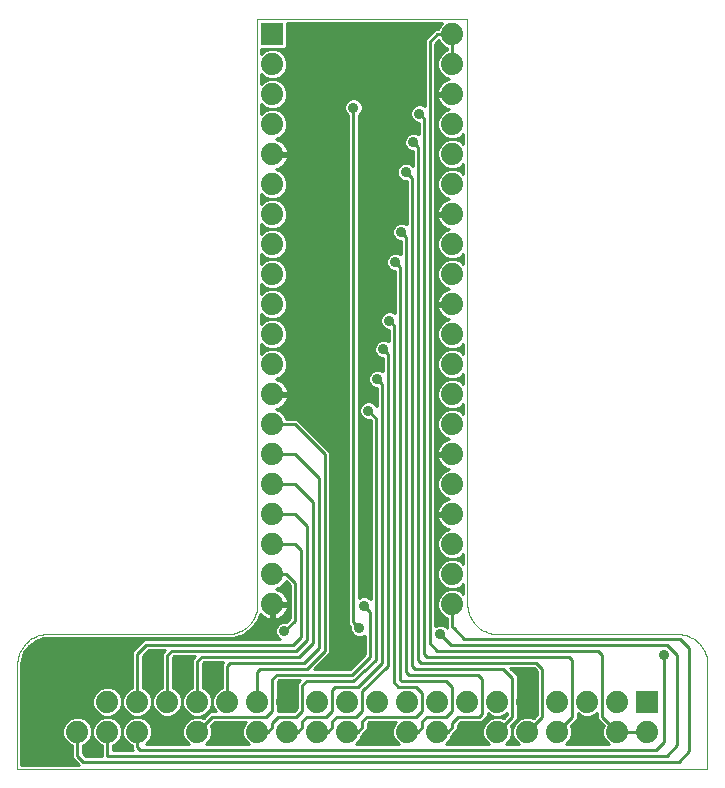
<source format=gtl>
G75*
%MOIN*%
%OFA0B0*%
%FSLAX24Y24*%
%IPPOS*%
%LPD*%
%AMOC8*
5,1,8,0,0,1.08239X$1,22.5*
%
%ADD10C,0.0010*%
%ADD11R,0.0740X0.0740*%
%ADD12C,0.0740*%
%ADD13C,0.0100*%
%ADD14C,0.0350*%
%ADD15C,0.0090*%
D10*
X000150Y000150D02*
X023150Y000150D01*
X023150Y003650D01*
X023148Y003710D01*
X023143Y003771D01*
X023134Y003830D01*
X023121Y003889D01*
X023105Y003948D01*
X023085Y004005D01*
X023062Y004060D01*
X023035Y004115D01*
X023006Y004167D01*
X022973Y004218D01*
X022937Y004267D01*
X022899Y004313D01*
X022857Y004357D01*
X022813Y004399D01*
X022767Y004437D01*
X022718Y004473D01*
X022667Y004506D01*
X022615Y004535D01*
X022560Y004562D01*
X022505Y004585D01*
X022448Y004605D01*
X022389Y004621D01*
X022330Y004634D01*
X022271Y004643D01*
X022210Y004648D01*
X022150Y004650D01*
X016150Y004650D01*
X016090Y004652D01*
X016029Y004657D01*
X015970Y004666D01*
X015911Y004679D01*
X015852Y004695D01*
X015795Y004715D01*
X015740Y004738D01*
X015685Y004765D01*
X015633Y004794D01*
X015582Y004827D01*
X015533Y004863D01*
X015487Y004901D01*
X015443Y004943D01*
X015401Y004987D01*
X015363Y005033D01*
X015327Y005082D01*
X015294Y005133D01*
X015265Y005185D01*
X015238Y005240D01*
X015215Y005295D01*
X015195Y005352D01*
X015179Y005411D01*
X015166Y005470D01*
X015157Y005529D01*
X015152Y005590D01*
X015150Y005650D01*
X015150Y025150D01*
X008150Y025150D01*
X008150Y005650D01*
X008148Y005590D01*
X008143Y005529D01*
X008134Y005470D01*
X008121Y005411D01*
X008105Y005352D01*
X008085Y005295D01*
X008062Y005240D01*
X008035Y005185D01*
X008006Y005133D01*
X007973Y005082D01*
X007937Y005033D01*
X007899Y004987D01*
X007857Y004943D01*
X007813Y004901D01*
X007767Y004863D01*
X007718Y004827D01*
X007667Y004794D01*
X007615Y004765D01*
X007560Y004738D01*
X007505Y004715D01*
X007448Y004695D01*
X007389Y004679D01*
X007330Y004666D01*
X007271Y004657D01*
X007210Y004652D01*
X007150Y004650D01*
X001150Y004650D01*
X001090Y004648D01*
X001029Y004643D01*
X000970Y004634D01*
X000911Y004621D01*
X000852Y004605D01*
X000795Y004585D01*
X000740Y004562D01*
X000685Y004535D01*
X000633Y004506D01*
X000582Y004473D01*
X000533Y004437D01*
X000487Y004399D01*
X000443Y004357D01*
X000401Y004313D01*
X000363Y004267D01*
X000327Y004218D01*
X000294Y004167D01*
X000265Y004115D01*
X000238Y004060D01*
X000215Y004005D01*
X000195Y003948D01*
X000179Y003889D01*
X000166Y003830D01*
X000157Y003771D01*
X000152Y003710D01*
X000150Y003650D01*
X000150Y000150D01*
D11*
X021150Y002400D03*
X008650Y024650D03*
D12*
X008650Y023650D03*
X008650Y022650D03*
X008650Y021650D03*
X008650Y020650D03*
X008650Y019650D03*
X008650Y018650D03*
X008650Y017650D03*
X008650Y016650D03*
X008650Y015650D03*
X008650Y014650D03*
X008650Y013650D03*
X008650Y012650D03*
X008650Y011650D03*
X008650Y010650D03*
X008650Y009650D03*
X008650Y008650D03*
X008650Y007650D03*
X008650Y006650D03*
X008650Y005650D03*
X008150Y002400D03*
X008150Y001400D03*
X007150Y001400D03*
X007150Y002400D03*
X006150Y002400D03*
X006150Y001400D03*
X005150Y001400D03*
X005150Y002400D03*
X004150Y002400D03*
X004150Y001400D03*
X003150Y001400D03*
X003150Y002400D03*
X002150Y002400D03*
X002150Y001400D03*
X009150Y001400D03*
X009150Y002400D03*
X010150Y002400D03*
X010150Y001400D03*
X011150Y001400D03*
X011150Y002400D03*
X012150Y002400D03*
X012150Y001400D03*
X013150Y001400D03*
X013150Y002400D03*
X014150Y002400D03*
X014150Y001400D03*
X015150Y001400D03*
X015150Y002400D03*
X016150Y002400D03*
X016150Y001400D03*
X017150Y001400D03*
X017150Y002400D03*
X018150Y002400D03*
X018150Y001400D03*
X019150Y001400D03*
X019150Y002400D03*
X020150Y002400D03*
X020150Y001400D03*
X021150Y001400D03*
X014650Y005650D03*
X014650Y006650D03*
X014650Y007650D03*
X014650Y008650D03*
X014650Y009650D03*
X014650Y010650D03*
X014650Y011650D03*
X014650Y012650D03*
X014650Y013650D03*
X014650Y014650D03*
X014650Y015650D03*
X014650Y016650D03*
X014650Y017650D03*
X014650Y018650D03*
X014650Y019650D03*
X014650Y020650D03*
X014650Y021650D03*
X014650Y022650D03*
X014650Y023650D03*
X014650Y024650D03*
D13*
X014650Y023650D01*
X014295Y023298D02*
X014080Y023298D01*
X014080Y023396D02*
X014214Y023396D01*
X014226Y023367D02*
X014367Y023226D01*
X014532Y023158D01*
X014528Y023157D01*
X014450Y023132D01*
X014377Y023095D01*
X014311Y023047D01*
X014253Y022989D01*
X014205Y022923D01*
X014168Y022850D01*
X014143Y022772D01*
X014131Y022700D01*
X014600Y022700D01*
X014600Y022600D01*
X014131Y022600D01*
X014143Y022528D01*
X014168Y022450D01*
X014205Y022377D01*
X014253Y022311D01*
X014311Y022253D01*
X014377Y022205D01*
X014450Y022168D01*
X014528Y022143D01*
X014532Y022142D01*
X014367Y022074D01*
X014226Y021933D01*
X014150Y021749D01*
X014150Y021551D01*
X014226Y021367D01*
X014367Y021226D01*
X014551Y021150D01*
X014367Y021074D01*
X014226Y020933D01*
X014150Y020749D01*
X014150Y020551D01*
X014226Y020367D01*
X014367Y020226D01*
X014551Y020150D01*
X014367Y020074D01*
X014226Y019933D01*
X014150Y019749D01*
X014150Y019551D01*
X014226Y019367D01*
X014367Y019226D01*
X014532Y019158D01*
X014528Y019157D01*
X014450Y019132D01*
X014377Y019095D01*
X014311Y019047D01*
X014253Y018989D01*
X014205Y018923D01*
X014168Y018850D01*
X014143Y018772D01*
X014131Y018700D01*
X014600Y018700D01*
X014600Y018600D01*
X014131Y018600D01*
X014143Y018528D01*
X014168Y018450D01*
X014205Y018377D01*
X014253Y018311D01*
X014311Y018253D01*
X014377Y018205D01*
X014450Y018168D01*
X014528Y018143D01*
X014532Y018142D01*
X014367Y018074D01*
X014226Y017933D01*
X014150Y017749D01*
X014150Y017551D01*
X014226Y017367D01*
X014367Y017226D01*
X014551Y017150D01*
X014367Y017074D01*
X014226Y016933D01*
X014150Y016749D01*
X014150Y016551D01*
X014226Y016367D01*
X014367Y016226D01*
X014532Y016158D01*
X014528Y016157D01*
X014450Y016132D01*
X014377Y016095D01*
X014311Y016047D01*
X014253Y015989D01*
X014205Y015923D01*
X014168Y015850D01*
X014143Y015772D01*
X014131Y015700D01*
X014600Y015700D01*
X014600Y015600D01*
X014131Y015600D01*
X014143Y015528D01*
X014168Y015450D01*
X014205Y015377D01*
X014253Y015311D01*
X014311Y015253D01*
X014377Y015205D01*
X014450Y015168D01*
X014528Y015143D01*
X014532Y015142D01*
X014367Y015074D01*
X014226Y014933D01*
X014150Y014749D01*
X014150Y014551D01*
X014226Y014367D01*
X014367Y014226D01*
X014551Y014150D01*
X014367Y014074D01*
X014226Y013933D01*
X014150Y013749D01*
X014150Y013551D01*
X014226Y013367D01*
X014367Y013226D01*
X014551Y013150D01*
X014367Y013074D01*
X014226Y012933D01*
X014150Y012749D01*
X014150Y012551D01*
X014226Y012367D01*
X014367Y012226D01*
X014551Y012150D01*
X014367Y012074D01*
X014226Y011933D01*
X014150Y011749D01*
X014150Y011551D01*
X014226Y011367D01*
X014367Y011226D01*
X014532Y011158D01*
X014528Y011157D01*
X014450Y011132D01*
X014377Y011095D01*
X014311Y011047D01*
X014253Y010989D01*
X014205Y010923D01*
X014168Y010850D01*
X014143Y010772D01*
X014131Y010700D01*
X014600Y010700D01*
X014600Y010600D01*
X014131Y010600D01*
X014143Y010528D01*
X014168Y010450D01*
X014205Y010377D01*
X014253Y010311D01*
X014311Y010253D01*
X014377Y010205D01*
X014450Y010168D01*
X014528Y010143D01*
X014532Y010142D01*
X014367Y010074D01*
X014226Y009933D01*
X014150Y009749D01*
X014150Y009551D01*
X014226Y009367D01*
X014367Y009226D01*
X014532Y009158D01*
X014528Y009157D01*
X014450Y009132D01*
X014377Y009095D01*
X014311Y009047D01*
X014253Y008989D01*
X014205Y008923D01*
X014168Y008850D01*
X014143Y008772D01*
X014131Y008700D01*
X014600Y008700D01*
X014600Y008600D01*
X014131Y008600D01*
X014143Y008528D01*
X014168Y008450D01*
X014205Y008377D01*
X014253Y008311D01*
X014311Y008253D01*
X014377Y008205D01*
X014450Y008168D01*
X014528Y008143D01*
X014532Y008142D01*
X014367Y008074D01*
X014226Y007933D01*
X014150Y007749D01*
X014150Y007551D01*
X014226Y007367D01*
X014367Y007226D01*
X014551Y007150D01*
X014367Y007074D01*
X014226Y006933D01*
X014150Y006749D01*
X014150Y006551D01*
X014226Y006367D01*
X014367Y006226D01*
X014551Y006150D01*
X014367Y006074D01*
X014226Y005933D01*
X014150Y005749D01*
X014150Y005551D01*
X014226Y005367D01*
X014367Y005226D01*
X014475Y005181D01*
X014475Y004856D01*
X014423Y004909D01*
X014311Y004955D01*
X014189Y004955D01*
X014080Y004910D01*
X014080Y024325D01*
X014195Y024441D01*
X014226Y024367D01*
X014367Y024226D01*
X014470Y024183D01*
X014470Y024117D01*
X014367Y024074D01*
X014226Y023933D01*
X014150Y023749D01*
X014150Y023551D01*
X014226Y023367D01*
X014173Y023495D02*
X014080Y023495D01*
X014080Y023593D02*
X014150Y023593D01*
X014150Y023692D02*
X014080Y023692D01*
X014080Y023790D02*
X014167Y023790D01*
X014208Y023889D02*
X014080Y023889D01*
X014080Y023987D02*
X014280Y023987D01*
X014395Y024086D02*
X014080Y024086D01*
X014080Y024184D02*
X014468Y024184D01*
X014310Y024283D02*
X014080Y024283D01*
X014136Y024381D02*
X014220Y024381D01*
X014150Y024650D02*
X013900Y024400D01*
X013900Y004350D01*
X014150Y004100D01*
X019500Y004100D01*
X019650Y003950D01*
X019650Y001900D01*
X020150Y001400D01*
X021150Y001400D01*
X021700Y001050D02*
X021450Y000800D01*
X004250Y000800D01*
X004150Y000900D01*
X004150Y001400D01*
X003806Y001037D02*
X003494Y001037D01*
X003433Y000976D02*
X003574Y001117D01*
X003650Y001301D01*
X003650Y001499D01*
X003574Y001683D01*
X003433Y001824D01*
X003249Y001900D01*
X003433Y001976D01*
X003574Y002117D01*
X003650Y002301D01*
X003650Y002499D01*
X003574Y002683D01*
X003433Y002824D01*
X003249Y002900D01*
X003051Y002900D01*
X002867Y002824D01*
X002726Y002683D01*
X002650Y002499D01*
X002650Y002301D01*
X002726Y002117D01*
X002867Y001976D01*
X003051Y001900D01*
X003249Y001900D01*
X003051Y001900D01*
X002867Y001824D01*
X002726Y001683D01*
X002650Y001499D01*
X002574Y001683D01*
X002433Y001824D01*
X002249Y001900D01*
X002051Y001900D01*
X001867Y001824D01*
X001726Y001683D01*
X001650Y001499D01*
X001650Y001301D01*
X001726Y001117D01*
X001867Y000976D01*
X001970Y000933D01*
X001970Y000525D01*
X002170Y000325D01*
X002210Y000285D01*
X000285Y000285D01*
X000285Y003650D01*
X000296Y003785D01*
X000379Y004043D01*
X000538Y004262D01*
X000757Y004421D01*
X001015Y004504D01*
X001150Y004515D01*
X007330Y004515D01*
X007672Y004626D01*
X007963Y004837D01*
X008174Y005128D01*
X008174Y005128D01*
X008240Y005330D01*
X008253Y005311D01*
X008311Y005253D01*
X008377Y005205D01*
X008450Y005168D01*
X008528Y005143D01*
X008600Y005131D01*
X008600Y005600D01*
X008700Y005600D01*
X008700Y005700D01*
X009169Y005700D01*
X009157Y005772D01*
X009132Y005850D01*
X009095Y005923D01*
X009047Y005989D01*
X008989Y006047D01*
X008923Y006095D01*
X008850Y006132D01*
X008772Y006157D01*
X008768Y006158D01*
X008933Y006226D01*
X009074Y006367D01*
X009090Y006406D01*
X009220Y006275D01*
X009220Y005175D01*
X009100Y005055D01*
X008989Y005055D01*
X008877Y005009D01*
X008791Y004923D01*
X008745Y004811D01*
X008745Y004689D01*
X008791Y004577D01*
X008877Y004491D01*
X008905Y004480D01*
X004375Y004480D01*
X004270Y004375D01*
X003970Y004075D01*
X003970Y002867D01*
X003867Y002824D01*
X003726Y002683D01*
X003650Y002499D01*
X003650Y002301D01*
X003726Y002117D01*
X003867Y001976D01*
X004051Y001900D01*
X004249Y001900D01*
X004433Y001976D01*
X004574Y002117D01*
X004650Y002301D01*
X004726Y002117D01*
X004867Y001976D01*
X005051Y001900D01*
X005249Y001900D01*
X005433Y001976D01*
X005574Y002117D01*
X005650Y002301D01*
X005726Y002117D01*
X005867Y001976D01*
X006051Y001900D01*
X006249Y001900D01*
X006433Y001976D01*
X006574Y002117D01*
X006650Y002301D01*
X006726Y002117D01*
X006763Y002080D01*
X006575Y002080D01*
X006470Y001975D01*
X006353Y001857D01*
X006249Y001900D01*
X006051Y001900D01*
X005867Y001824D01*
X005726Y001683D01*
X005650Y001499D01*
X005650Y001301D01*
X005726Y001117D01*
X005863Y000980D01*
X004437Y000980D01*
X004574Y001117D01*
X004650Y001301D01*
X004650Y001499D01*
X004574Y001683D01*
X004433Y001824D01*
X004249Y001900D01*
X004051Y001900D01*
X003867Y001824D01*
X003726Y001683D01*
X003650Y001499D01*
X003650Y001301D01*
X003726Y001117D01*
X003867Y000976D01*
X003970Y000933D01*
X003970Y000825D01*
X004015Y000780D01*
X003330Y000780D01*
X003330Y000933D01*
X003433Y000976D01*
X003341Y000938D02*
X003959Y000938D01*
X003970Y000840D02*
X003330Y000840D01*
X003150Y000600D02*
X021800Y000600D01*
X022150Y000950D01*
X022150Y003950D01*
X021800Y004300D01*
X014600Y004300D01*
X014250Y004650D01*
X014453Y004878D02*
X014475Y004878D01*
X014475Y004977D02*
X014080Y004977D01*
X014080Y005075D02*
X014475Y005075D01*
X014475Y005174D02*
X014080Y005174D01*
X014080Y005272D02*
X014321Y005272D01*
X014225Y005371D02*
X014080Y005371D01*
X014080Y005469D02*
X014184Y005469D01*
X014150Y005568D02*
X014080Y005568D01*
X014080Y005666D02*
X014150Y005666D01*
X014156Y005765D02*
X014080Y005765D01*
X014080Y005863D02*
X014197Y005863D01*
X014254Y005962D02*
X014080Y005962D01*
X014080Y006060D02*
X014353Y006060D01*
X014336Y006257D02*
X014080Y006257D01*
X014080Y006159D02*
X014530Y006159D01*
X014551Y006150D02*
X014749Y006150D01*
X014933Y006074D01*
X015015Y005992D01*
X015015Y006308D01*
X014933Y006226D01*
X014749Y006150D01*
X014551Y006150D01*
X014770Y006159D02*
X015015Y006159D01*
X015015Y006257D02*
X014964Y006257D01*
X014947Y006060D02*
X015015Y006060D01*
X014237Y006356D02*
X014080Y006356D01*
X014080Y006454D02*
X014190Y006454D01*
X014150Y006553D02*
X014080Y006553D01*
X014080Y006651D02*
X014150Y006651D01*
X014150Y006750D02*
X014080Y006750D01*
X014080Y006848D02*
X014191Y006848D01*
X014239Y006947D02*
X014080Y006947D01*
X014080Y007045D02*
X014338Y007045D01*
X014351Y007242D02*
X014080Y007242D01*
X014080Y007144D02*
X014535Y007144D01*
X014551Y007150D02*
X014749Y007150D01*
X014933Y007074D01*
X015015Y006992D01*
X015015Y007308D01*
X014933Y007226D01*
X014749Y007150D01*
X014551Y007150D01*
X014765Y007144D02*
X015015Y007144D01*
X015015Y007242D02*
X014949Y007242D01*
X014962Y007045D02*
X015015Y007045D01*
X014252Y007341D02*
X014080Y007341D01*
X014080Y007439D02*
X014196Y007439D01*
X014155Y007538D02*
X014080Y007538D01*
X014080Y007636D02*
X014150Y007636D01*
X014150Y007735D02*
X014080Y007735D01*
X014080Y007833D02*
X014185Y007833D01*
X014225Y007932D02*
X014080Y007932D01*
X014080Y008030D02*
X014323Y008030D01*
X014348Y008227D02*
X014080Y008227D01*
X014080Y008129D02*
X014499Y008129D01*
X014243Y008326D02*
X014080Y008326D01*
X014080Y008424D02*
X014182Y008424D01*
X014145Y008523D02*
X014080Y008523D01*
X014080Y008621D02*
X014600Y008621D01*
X014280Y009015D02*
X014080Y009015D01*
X014080Y008917D02*
X014202Y008917D01*
X014158Y008818D02*
X014080Y008818D01*
X014080Y008720D02*
X014135Y008720D01*
X014080Y009114D02*
X014414Y009114D01*
X014401Y009212D02*
X014080Y009212D01*
X014080Y009311D02*
X014282Y009311D01*
X014209Y009409D02*
X014080Y009409D01*
X014080Y009508D02*
X014168Y009508D01*
X014150Y009606D02*
X014080Y009606D01*
X014080Y009705D02*
X014150Y009705D01*
X014172Y009803D02*
X014080Y009803D01*
X014080Y009902D02*
X014213Y009902D01*
X014293Y010000D02*
X014080Y010000D01*
X014080Y010099D02*
X014426Y010099D01*
X014394Y010197D02*
X014080Y010197D01*
X014080Y010296D02*
X014269Y010296D01*
X014197Y010394D02*
X014080Y010394D01*
X014080Y010493D02*
X014154Y010493D01*
X014133Y010591D02*
X014080Y010591D01*
X014080Y010690D02*
X014600Y010690D01*
X014251Y010985D02*
X014080Y010985D01*
X014080Y010887D02*
X014187Y010887D01*
X014148Y010788D02*
X014080Y010788D01*
X014080Y011084D02*
X014362Y011084D01*
X014473Y011182D02*
X014080Y011182D01*
X014080Y011281D02*
X014312Y011281D01*
X014221Y011379D02*
X014080Y011379D01*
X014080Y011478D02*
X014180Y011478D01*
X014150Y011576D02*
X014080Y011576D01*
X014080Y011675D02*
X014150Y011675D01*
X014160Y011773D02*
X014080Y011773D01*
X014080Y011872D02*
X014201Y011872D01*
X014263Y011970D02*
X014080Y011970D01*
X014080Y012069D02*
X014361Y012069D01*
X014509Y012167D02*
X014080Y012167D01*
X014080Y012266D02*
X014327Y012266D01*
X014229Y012364D02*
X014080Y012364D01*
X014080Y012463D02*
X014186Y012463D01*
X014150Y012561D02*
X014080Y012561D01*
X014080Y012660D02*
X014150Y012660D01*
X014154Y012758D02*
X014080Y012758D01*
X014080Y012857D02*
X014194Y012857D01*
X014248Y012955D02*
X014080Y012955D01*
X014080Y013054D02*
X014346Y013054D01*
X014342Y013251D02*
X014080Y013251D01*
X014080Y013349D02*
X014244Y013349D01*
X014193Y013448D02*
X014080Y013448D01*
X014080Y013546D02*
X014152Y013546D01*
X014150Y013645D02*
X014080Y013645D01*
X014080Y013743D02*
X014150Y013743D01*
X014188Y013842D02*
X014080Y013842D01*
X014080Y013940D02*
X014233Y013940D01*
X014331Y014039D02*
X014080Y014039D01*
X014080Y014137D02*
X014519Y014137D01*
X014551Y014150D02*
X014749Y014150D01*
X014933Y014074D01*
X015015Y013992D01*
X015015Y014308D01*
X014933Y014226D01*
X014749Y014150D01*
X014551Y014150D01*
X014357Y014236D02*
X014080Y014236D01*
X014080Y014334D02*
X014259Y014334D01*
X014199Y014433D02*
X014080Y014433D01*
X014080Y014531D02*
X014158Y014531D01*
X014150Y014630D02*
X014080Y014630D01*
X014080Y014728D02*
X014150Y014728D01*
X014182Y014827D02*
X014080Y014827D01*
X014080Y014925D02*
X014223Y014925D01*
X014316Y015024D02*
X014080Y015024D01*
X014080Y015122D02*
X014483Y015122D01*
X014356Y015221D02*
X014080Y015221D01*
X014080Y015319D02*
X014248Y015319D01*
X014185Y015418D02*
X014080Y015418D01*
X014080Y015516D02*
X014147Y015516D01*
X014080Y015615D02*
X014600Y015615D01*
X014134Y015713D02*
X014080Y015713D01*
X014080Y015812D02*
X014156Y015812D01*
X014199Y015910D02*
X014080Y015910D01*
X014080Y016009D02*
X014273Y016009D01*
X014402Y016107D02*
X014080Y016107D01*
X014080Y016206D02*
X014416Y016206D01*
X014289Y016304D02*
X014080Y016304D01*
X014080Y016403D02*
X014211Y016403D01*
X014171Y016501D02*
X014080Y016501D01*
X014080Y016600D02*
X014150Y016600D01*
X014150Y016698D02*
X014080Y016698D01*
X014080Y016797D02*
X014170Y016797D01*
X014210Y016895D02*
X014080Y016895D01*
X014080Y016994D02*
X014286Y016994D01*
X014411Y017092D02*
X014080Y017092D01*
X014080Y017191D02*
X014453Y017191D01*
X014551Y017150D02*
X014749Y017150D01*
X014933Y017074D01*
X015015Y016992D01*
X015015Y017308D01*
X014933Y017226D01*
X014749Y017150D01*
X014551Y017150D01*
X014304Y017289D02*
X014080Y017289D01*
X014080Y017388D02*
X014218Y017388D01*
X014177Y017486D02*
X014080Y017486D01*
X014080Y017585D02*
X014150Y017585D01*
X014150Y017683D02*
X014080Y017683D01*
X014080Y017782D02*
X014163Y017782D01*
X014204Y017880D02*
X014080Y017880D01*
X014080Y017979D02*
X014271Y017979D01*
X014374Y018077D02*
X014080Y018077D01*
X014080Y018176D02*
X014436Y018176D01*
X014291Y018274D02*
X014080Y018274D01*
X014080Y018373D02*
X014209Y018373D01*
X014161Y018471D02*
X014080Y018471D01*
X014080Y018570D02*
X014136Y018570D01*
X014080Y018668D02*
X014600Y018668D01*
X014235Y018964D02*
X014080Y018964D01*
X014080Y019062D02*
X014332Y019062D01*
X014334Y019259D02*
X014080Y019259D01*
X014080Y019161D02*
X014525Y019161D01*
X014235Y019358D02*
X014080Y019358D01*
X014080Y019456D02*
X014189Y019456D01*
X014150Y019555D02*
X014080Y019555D01*
X014080Y019653D02*
X014150Y019653D01*
X014151Y019752D02*
X014080Y019752D01*
X014080Y019850D02*
X014192Y019850D01*
X014241Y019949D02*
X014080Y019949D01*
X014080Y020047D02*
X014340Y020047D01*
X014349Y020244D02*
X014080Y020244D01*
X014080Y020146D02*
X014540Y020146D01*
X014551Y020150D02*
X014749Y020150D01*
X014933Y020074D01*
X015015Y019992D01*
X015015Y020308D01*
X014933Y020226D01*
X014749Y020150D01*
X014551Y020150D01*
X014760Y020146D02*
X015015Y020146D01*
X015015Y020244D02*
X014951Y020244D01*
X014960Y020047D02*
X015015Y020047D01*
X014250Y020343D02*
X014080Y020343D01*
X014080Y020441D02*
X014195Y020441D01*
X014155Y020540D02*
X014080Y020540D01*
X014080Y020638D02*
X014150Y020638D01*
X014150Y020737D02*
X014080Y020737D01*
X014080Y020835D02*
X014185Y020835D01*
X014226Y020934D02*
X014080Y020934D01*
X014080Y021032D02*
X014325Y021032D01*
X014364Y021229D02*
X014080Y021229D01*
X014080Y021131D02*
X014504Y021131D01*
X014551Y021150D02*
X014749Y021150D01*
X014933Y021074D01*
X015015Y020992D01*
X015015Y021308D01*
X014933Y021226D01*
X014749Y021150D01*
X014551Y021150D01*
X014796Y021131D02*
X015015Y021131D01*
X015015Y021229D02*
X014936Y021229D01*
X014975Y021032D02*
X015015Y021032D01*
X014265Y021328D02*
X014080Y021328D01*
X014080Y021426D02*
X014202Y021426D01*
X014161Y021525D02*
X014080Y021525D01*
X014080Y021623D02*
X014150Y021623D01*
X014150Y021722D02*
X014080Y021722D01*
X014080Y021820D02*
X014179Y021820D01*
X014220Y021919D02*
X014080Y021919D01*
X014080Y022017D02*
X014310Y022017D01*
X014467Y022116D02*
X014080Y022116D01*
X014080Y022214D02*
X014365Y022214D01*
X014252Y022313D02*
X014080Y022313D01*
X014080Y022411D02*
X014188Y022411D01*
X014149Y022510D02*
X014080Y022510D01*
X014080Y022608D02*
X014600Y022608D01*
X014267Y023002D02*
X014080Y023002D01*
X014080Y022904D02*
X014196Y022904D01*
X014154Y022805D02*
X014080Y022805D01*
X014080Y022707D02*
X014132Y022707D01*
X014080Y023101D02*
X014389Y023101D01*
X014432Y023199D02*
X014080Y023199D01*
X013720Y023199D02*
X008868Y023199D01*
X008933Y023226D02*
X009074Y023367D01*
X009150Y023551D01*
X009150Y023749D01*
X009074Y023933D01*
X008933Y024074D01*
X008749Y024150D01*
X008551Y024150D01*
X008367Y024074D01*
X008285Y023992D01*
X008285Y024150D01*
X009074Y024150D01*
X009150Y024226D01*
X009150Y025015D01*
X014308Y025015D01*
X014226Y024933D01*
X014183Y024830D01*
X014075Y024830D01*
X013825Y024580D01*
X013720Y024475D01*
X013720Y022260D01*
X013611Y022305D01*
X013489Y022305D01*
X013377Y022259D01*
X013291Y022173D01*
X013245Y022061D01*
X013245Y021939D01*
X013291Y021827D01*
X013377Y021741D01*
X013489Y021695D01*
X013520Y021695D01*
X013520Y021310D01*
X013411Y021355D01*
X013289Y021355D01*
X013177Y021309D01*
X013091Y021223D01*
X013045Y021111D01*
X013045Y020989D01*
X013091Y020877D01*
X013177Y020791D01*
X013289Y020745D01*
X013320Y020745D01*
X013320Y020261D01*
X013273Y020309D01*
X013161Y020355D01*
X013039Y020355D01*
X012927Y020309D01*
X012841Y020223D01*
X012795Y020111D01*
X012795Y019989D01*
X012841Y019877D01*
X012927Y019791D01*
X013039Y019745D01*
X013120Y019745D01*
X013120Y018310D01*
X013011Y018355D01*
X012889Y018355D01*
X012777Y018309D01*
X012691Y018223D01*
X012645Y018111D01*
X012645Y017989D01*
X012691Y017877D01*
X012777Y017791D01*
X012889Y017745D01*
X012920Y017745D01*
X012920Y017310D01*
X012811Y017355D01*
X012689Y017355D01*
X012577Y017309D01*
X012491Y017223D01*
X012445Y017111D01*
X012445Y016989D01*
X012491Y016877D01*
X012577Y016791D01*
X012689Y016745D01*
X012720Y016745D01*
X012720Y015360D01*
X012611Y015405D01*
X012489Y015405D01*
X012377Y015359D01*
X012291Y015273D01*
X012245Y015161D01*
X012245Y015039D01*
X012291Y014927D01*
X012377Y014841D01*
X012489Y014795D01*
X012520Y014795D01*
X012520Y014410D01*
X012411Y014455D01*
X012289Y014455D01*
X012177Y014409D01*
X012091Y014323D01*
X012045Y014211D01*
X012045Y014089D01*
X012091Y013977D01*
X012177Y013891D01*
X012289Y013845D01*
X012320Y013845D01*
X012320Y013410D01*
X012211Y013455D01*
X012089Y013455D01*
X011977Y013409D01*
X011891Y013323D01*
X011845Y013211D01*
X011845Y013089D01*
X011891Y012977D01*
X011977Y012891D01*
X012089Y012845D01*
X012120Y012845D01*
X012120Y012245D01*
X012109Y012273D01*
X012023Y012359D01*
X011911Y012405D01*
X011789Y012405D01*
X011677Y012359D01*
X011591Y012273D01*
X011545Y012161D01*
X011545Y012039D01*
X011591Y011927D01*
X011677Y011841D01*
X011789Y011795D01*
X011900Y011795D01*
X011920Y011775D01*
X011920Y005811D01*
X011873Y005859D01*
X011761Y005905D01*
X011639Y005905D01*
X011530Y005860D01*
X011530Y021949D01*
X011609Y022027D01*
X011655Y022139D01*
X011655Y022261D01*
X011609Y022373D01*
X011523Y022459D01*
X011411Y022505D01*
X011289Y022505D01*
X011177Y022459D01*
X011091Y022373D01*
X011045Y022261D01*
X011045Y022139D01*
X011091Y022027D01*
X011170Y021949D01*
X011170Y004975D01*
X011245Y004900D01*
X011245Y004789D01*
X011291Y004677D01*
X011377Y004591D01*
X011489Y004545D01*
X011611Y004545D01*
X011720Y004590D01*
X011720Y003975D01*
X011225Y003480D01*
X010035Y003480D01*
X010475Y003920D01*
X010580Y004025D01*
X010580Y010725D01*
X009580Y011725D01*
X009475Y011830D01*
X009117Y011830D01*
X009074Y011933D01*
X008933Y012074D01*
X008768Y012142D01*
X008772Y012143D01*
X008850Y012168D01*
X008923Y012205D01*
X008989Y012253D01*
X009047Y012311D01*
X009095Y012377D01*
X009132Y012450D01*
X009157Y012528D01*
X009169Y012600D01*
X008700Y012600D01*
X008700Y012700D01*
X009169Y012700D01*
X009157Y012772D01*
X009132Y012850D01*
X009095Y012923D01*
X009047Y012989D01*
X008989Y013047D01*
X008923Y013095D01*
X008850Y013132D01*
X008772Y013157D01*
X008768Y013158D01*
X008933Y013226D01*
X009074Y013367D01*
X009150Y013551D01*
X009150Y013749D01*
X009074Y013933D01*
X008933Y014074D01*
X008749Y014150D01*
X008933Y014226D01*
X009074Y014367D01*
X009150Y014551D01*
X009150Y014749D01*
X009074Y014933D01*
X008933Y015074D01*
X008749Y015150D01*
X008933Y015226D01*
X009074Y015367D01*
X009150Y015551D01*
X009150Y015749D01*
X009074Y015933D01*
X008933Y016074D01*
X008749Y016150D01*
X008933Y016226D01*
X009074Y016367D01*
X009150Y016551D01*
X009150Y016749D01*
X009074Y016933D01*
X008933Y017074D01*
X008749Y017150D01*
X008933Y017226D01*
X009074Y017367D01*
X009150Y017551D01*
X009150Y017749D01*
X009074Y017933D01*
X008933Y018074D01*
X008749Y018150D01*
X008933Y018226D01*
X009074Y018367D01*
X009150Y018551D01*
X009150Y018749D01*
X009074Y018933D01*
X008933Y019074D01*
X008749Y019150D01*
X008933Y019226D01*
X009074Y019367D01*
X009150Y019551D01*
X009150Y019749D01*
X009074Y019933D01*
X008933Y020074D01*
X008768Y020142D01*
X008772Y020143D01*
X008850Y020168D01*
X008923Y020205D01*
X008989Y020253D01*
X009047Y020311D01*
X009095Y020377D01*
X009132Y020450D01*
X009157Y020528D01*
X009169Y020600D01*
X008700Y020600D01*
X008700Y020700D01*
X009169Y020700D01*
X009157Y020772D01*
X009132Y020850D01*
X009095Y020923D01*
X009047Y020989D01*
X008989Y021047D01*
X008923Y021095D01*
X008850Y021132D01*
X008772Y021157D01*
X008768Y021158D01*
X008933Y021226D01*
X009074Y021367D01*
X009150Y021551D01*
X009150Y021749D01*
X009074Y021933D01*
X008933Y022074D01*
X008749Y022150D01*
X008933Y022226D01*
X009074Y022367D01*
X009150Y022551D01*
X009150Y022749D01*
X009074Y022933D01*
X008933Y023074D01*
X008749Y023150D01*
X008933Y023226D01*
X009005Y023298D02*
X013720Y023298D01*
X013720Y023396D02*
X009086Y023396D01*
X009127Y023495D02*
X013720Y023495D01*
X013720Y023593D02*
X009150Y023593D01*
X009150Y023692D02*
X013720Y023692D01*
X013720Y023790D02*
X009133Y023790D01*
X009092Y023889D02*
X013720Y023889D01*
X013720Y023987D02*
X009020Y023987D01*
X008905Y024086D02*
X013720Y024086D01*
X013720Y024184D02*
X009108Y024184D01*
X009150Y024283D02*
X013720Y024283D01*
X013720Y024381D02*
X009150Y024381D01*
X009150Y024480D02*
X013725Y024480D01*
X013824Y024578D02*
X009150Y024578D01*
X009150Y024677D02*
X013922Y024677D01*
X014021Y024775D02*
X009150Y024775D01*
X009150Y024874D02*
X014201Y024874D01*
X014265Y024972D02*
X009150Y024972D01*
X008395Y024086D02*
X008285Y024086D01*
X008285Y023308D02*
X008367Y023226D01*
X008551Y023150D01*
X008749Y023150D01*
X008551Y023150D01*
X008367Y023074D01*
X008285Y022992D01*
X008285Y023308D01*
X008285Y023298D02*
X008295Y023298D01*
X008285Y023199D02*
X008432Y023199D01*
X008431Y023101D02*
X008285Y023101D01*
X008285Y023002D02*
X008295Y023002D01*
X008285Y022308D02*
X008367Y022226D01*
X008551Y022150D01*
X008749Y022150D01*
X008551Y022150D01*
X008367Y022074D01*
X008285Y021992D01*
X008285Y022308D01*
X008285Y022214D02*
X008396Y022214D01*
X008467Y022116D02*
X008285Y022116D01*
X008285Y022017D02*
X008310Y022017D01*
X008833Y022116D02*
X011055Y022116D01*
X011045Y022214D02*
X008904Y022214D01*
X009020Y022313D02*
X011066Y022313D01*
X011130Y022411D02*
X009092Y022411D01*
X009133Y022510D02*
X013720Y022510D01*
X013720Y022608D02*
X009150Y022608D01*
X009150Y022707D02*
X013720Y022707D01*
X013720Y022805D02*
X009127Y022805D01*
X009086Y022904D02*
X013720Y022904D01*
X013720Y023002D02*
X009005Y023002D01*
X008869Y023101D02*
X013720Y023101D01*
X013720Y022411D02*
X011570Y022411D01*
X011634Y022313D02*
X013720Y022313D01*
X013333Y022214D02*
X011655Y022214D01*
X011645Y022116D02*
X013268Y022116D01*
X013245Y022017D02*
X011598Y022017D01*
X011530Y021919D02*
X013254Y021919D01*
X013299Y021820D02*
X011530Y021820D01*
X011530Y021722D02*
X013425Y021722D01*
X013520Y021623D02*
X011530Y021623D01*
X011530Y021525D02*
X013520Y021525D01*
X013520Y021426D02*
X011530Y021426D01*
X011530Y021328D02*
X013223Y021328D01*
X013098Y021229D02*
X011530Y021229D01*
X011530Y021131D02*
X013053Y021131D01*
X013045Y021032D02*
X011530Y021032D01*
X011530Y020934D02*
X013068Y020934D01*
X013134Y020835D02*
X011530Y020835D01*
X011530Y020737D02*
X013320Y020737D01*
X013320Y020638D02*
X011530Y020638D01*
X011530Y020540D02*
X013320Y020540D01*
X013320Y020441D02*
X011530Y020441D01*
X011530Y020343D02*
X013009Y020343D01*
X012863Y020244D02*
X011530Y020244D01*
X011530Y020146D02*
X012809Y020146D01*
X012795Y020047D02*
X011530Y020047D01*
X011530Y019949D02*
X012812Y019949D01*
X012869Y019850D02*
X011530Y019850D01*
X011530Y019752D02*
X013024Y019752D01*
X013120Y019653D02*
X011530Y019653D01*
X011530Y019555D02*
X013120Y019555D01*
X013120Y019456D02*
X011530Y019456D01*
X011530Y019358D02*
X013120Y019358D01*
X013120Y019259D02*
X011530Y019259D01*
X011530Y019161D02*
X013120Y019161D01*
X013120Y019062D02*
X011530Y019062D01*
X011530Y018964D02*
X013120Y018964D01*
X013120Y018865D02*
X011530Y018865D01*
X011530Y018767D02*
X013120Y018767D01*
X013120Y018668D02*
X011530Y018668D01*
X011530Y018570D02*
X013120Y018570D01*
X013120Y018471D02*
X011530Y018471D01*
X011530Y018373D02*
X013120Y018373D01*
X012950Y018050D02*
X013100Y017900D01*
X013100Y003400D01*
X013200Y003300D01*
X015500Y003300D01*
X015650Y003150D01*
X015650Y002000D01*
X015550Y001900D01*
X014850Y001900D01*
X014650Y001700D01*
X014650Y001550D01*
X014500Y001400D01*
X014150Y001400D01*
X014494Y001037D02*
X015806Y001037D01*
X015863Y000980D02*
X015726Y001117D01*
X015650Y001301D01*
X015650Y001499D01*
X015726Y001683D01*
X015867Y001824D01*
X016051Y001900D01*
X016249Y001900D01*
X016353Y001857D01*
X016470Y001975D01*
X016470Y002013D01*
X016433Y001976D01*
X016249Y001900D01*
X016051Y001900D01*
X015867Y001976D01*
X015830Y002013D01*
X015830Y001925D01*
X015725Y001820D01*
X015625Y001720D01*
X014925Y001720D01*
X014830Y001625D01*
X014830Y001475D01*
X014725Y001370D01*
X014646Y001292D01*
X014574Y001117D01*
X014437Y000980D01*
X015863Y000980D01*
X015719Y001135D02*
X014581Y001135D01*
X014622Y001234D02*
X015678Y001234D01*
X015650Y001332D02*
X014687Y001332D01*
X014785Y001431D02*
X015650Y001431D01*
X015662Y001529D02*
X014830Y001529D01*
X014832Y001628D02*
X015703Y001628D01*
X015769Y001726D02*
X015631Y001726D01*
X015729Y001825D02*
X015868Y001825D01*
X015828Y001923D02*
X015995Y001923D01*
X016305Y001923D02*
X016418Y001923D01*
X016650Y001900D02*
X016650Y003200D01*
X016350Y003500D01*
X013400Y003500D01*
X013300Y003600D01*
X013300Y019850D01*
X013100Y020050D01*
X013191Y020343D02*
X013320Y020343D01*
X013500Y020900D02*
X013350Y021050D01*
X013500Y020900D02*
X013500Y003800D01*
X013600Y003700D01*
X017450Y003700D01*
X017650Y003500D01*
X017650Y001900D01*
X017150Y001400D01*
X016806Y001037D02*
X016494Y001037D01*
X016437Y000980D02*
X016574Y001117D01*
X016650Y001301D01*
X016726Y001117D01*
X016863Y000980D01*
X016437Y000980D01*
X016581Y001135D02*
X016719Y001135D01*
X016678Y001234D02*
X016622Y001234D01*
X016650Y001301D02*
X016650Y001499D01*
X016726Y001683D01*
X016867Y001824D01*
X017051Y001900D01*
X017249Y001900D01*
X017353Y001857D01*
X017470Y001975D01*
X017470Y003425D01*
X017375Y003520D01*
X016585Y003520D01*
X016830Y003275D01*
X016830Y001825D01*
X016725Y001720D01*
X016607Y001603D01*
X016650Y001499D01*
X016650Y001301D01*
X016650Y001332D02*
X016650Y001332D01*
X016650Y001431D02*
X016650Y001431D01*
X016638Y001529D02*
X016662Y001529D01*
X016632Y001628D02*
X016703Y001628D01*
X016731Y001726D02*
X016769Y001726D01*
X016829Y001825D02*
X016868Y001825D01*
X016830Y001923D02*
X017418Y001923D01*
X017470Y002022D02*
X016830Y002022D01*
X016830Y002120D02*
X017470Y002120D01*
X017470Y002219D02*
X016830Y002219D01*
X016830Y002317D02*
X017470Y002317D01*
X017470Y002416D02*
X016830Y002416D01*
X016830Y002514D02*
X017470Y002514D01*
X017470Y002613D02*
X016830Y002613D01*
X016830Y002711D02*
X017470Y002711D01*
X017470Y002810D02*
X016830Y002810D01*
X016830Y002908D02*
X017470Y002908D01*
X017470Y003007D02*
X016830Y003007D01*
X016830Y003105D02*
X017470Y003105D01*
X017470Y003204D02*
X016830Y003204D01*
X016803Y003302D02*
X017470Y003302D01*
X017470Y003401D02*
X016704Y003401D01*
X016606Y003499D02*
X017396Y003499D01*
X018550Y003900D02*
X013800Y003900D01*
X013700Y004000D01*
X013700Y021850D01*
X013550Y022000D01*
X013520Y021328D02*
X013477Y021328D01*
X011350Y022200D02*
X011350Y005050D01*
X011550Y004850D01*
X011245Y004878D02*
X010580Y004878D01*
X010580Y004780D02*
X011249Y004780D01*
X011290Y004681D02*
X010580Y004681D01*
X010580Y004583D02*
X011399Y004583D01*
X011170Y004977D02*
X010580Y004977D01*
X010580Y005075D02*
X011170Y005075D01*
X011170Y005174D02*
X010580Y005174D01*
X010580Y005272D02*
X011170Y005272D01*
X011170Y005371D02*
X010580Y005371D01*
X010580Y005469D02*
X011170Y005469D01*
X011170Y005568D02*
X010580Y005568D01*
X010580Y005666D02*
X011170Y005666D01*
X011170Y005765D02*
X010580Y005765D01*
X010580Y005863D02*
X011170Y005863D01*
X011170Y005962D02*
X010580Y005962D01*
X010580Y006060D02*
X011170Y006060D01*
X011170Y006159D02*
X010580Y006159D01*
X010580Y006257D02*
X011170Y006257D01*
X011170Y006356D02*
X010580Y006356D01*
X010580Y006454D02*
X011170Y006454D01*
X011170Y006553D02*
X010580Y006553D01*
X010580Y006651D02*
X011170Y006651D01*
X011170Y006750D02*
X010580Y006750D01*
X010580Y006848D02*
X011170Y006848D01*
X011170Y006947D02*
X010580Y006947D01*
X010580Y007045D02*
X011170Y007045D01*
X011170Y007144D02*
X010580Y007144D01*
X010580Y007242D02*
X011170Y007242D01*
X011170Y007341D02*
X010580Y007341D01*
X010580Y007439D02*
X011170Y007439D01*
X011170Y007538D02*
X010580Y007538D01*
X010580Y007636D02*
X011170Y007636D01*
X011170Y007735D02*
X010580Y007735D01*
X010580Y007833D02*
X011170Y007833D01*
X011170Y007932D02*
X010580Y007932D01*
X010580Y008030D02*
X011170Y008030D01*
X011170Y008129D02*
X010580Y008129D01*
X010580Y008227D02*
X011170Y008227D01*
X011170Y008326D02*
X010580Y008326D01*
X010580Y008424D02*
X011170Y008424D01*
X011170Y008523D02*
X010580Y008523D01*
X010580Y008621D02*
X011170Y008621D01*
X011170Y008720D02*
X010580Y008720D01*
X010580Y008818D02*
X011170Y008818D01*
X011170Y008917D02*
X010580Y008917D01*
X010580Y009015D02*
X011170Y009015D01*
X011170Y009114D02*
X010580Y009114D01*
X010580Y009212D02*
X011170Y009212D01*
X011170Y009311D02*
X010580Y009311D01*
X010580Y009409D02*
X011170Y009409D01*
X011170Y009508D02*
X010580Y009508D01*
X010580Y009606D02*
X011170Y009606D01*
X011170Y009705D02*
X010580Y009705D01*
X010580Y009803D02*
X011170Y009803D01*
X011170Y009902D02*
X010580Y009902D01*
X010580Y010000D02*
X011170Y010000D01*
X011170Y010099D02*
X010580Y010099D01*
X010580Y010197D02*
X011170Y010197D01*
X011170Y010296D02*
X010580Y010296D01*
X010580Y010394D02*
X011170Y010394D01*
X011170Y010493D02*
X010580Y010493D01*
X010580Y010591D02*
X011170Y010591D01*
X011170Y010690D02*
X010580Y010690D01*
X010517Y010788D02*
X011170Y010788D01*
X011170Y010887D02*
X010418Y010887D01*
X010320Y010985D02*
X011170Y010985D01*
X011170Y011084D02*
X010221Y011084D01*
X010123Y011182D02*
X011170Y011182D01*
X011170Y011281D02*
X010024Y011281D01*
X009926Y011379D02*
X011170Y011379D01*
X011170Y011478D02*
X009827Y011478D01*
X009729Y011576D02*
X011170Y011576D01*
X011170Y011675D02*
X009630Y011675D01*
X009532Y011773D02*
X011170Y011773D01*
X011170Y011872D02*
X009099Y011872D01*
X009037Y011970D02*
X011170Y011970D01*
X011170Y012069D02*
X008939Y012069D01*
X008846Y012167D02*
X011170Y012167D01*
X011170Y012266D02*
X009001Y012266D01*
X009085Y012364D02*
X011170Y012364D01*
X011170Y012463D02*
X009136Y012463D01*
X009162Y012561D02*
X011170Y012561D01*
X011170Y012660D02*
X008700Y012660D01*
X009071Y012955D02*
X011170Y012955D01*
X011170Y012857D02*
X009128Y012857D01*
X009159Y012758D02*
X011170Y012758D01*
X011170Y013054D02*
X008979Y013054D01*
X008958Y013251D02*
X011170Y013251D01*
X011170Y013349D02*
X009056Y013349D01*
X009107Y013448D02*
X011170Y013448D01*
X011170Y013546D02*
X009148Y013546D01*
X009150Y013645D02*
X011170Y013645D01*
X011170Y013743D02*
X009150Y013743D01*
X009112Y013842D02*
X011170Y013842D01*
X011170Y013940D02*
X009067Y013940D01*
X008969Y014039D02*
X011170Y014039D01*
X011170Y014137D02*
X008781Y014137D01*
X008749Y014150D02*
X008551Y014150D01*
X008367Y014226D01*
X008285Y014308D01*
X008285Y013992D01*
X008367Y014074D01*
X008551Y014150D01*
X008749Y014150D01*
X008943Y014236D02*
X011170Y014236D01*
X011170Y014334D02*
X009041Y014334D01*
X009101Y014433D02*
X011170Y014433D01*
X011170Y014531D02*
X009142Y014531D01*
X009150Y014630D02*
X011170Y014630D01*
X011170Y014728D02*
X009150Y014728D01*
X009118Y014827D02*
X011170Y014827D01*
X011170Y014925D02*
X009077Y014925D01*
X008984Y015024D02*
X011170Y015024D01*
X011170Y015122D02*
X008817Y015122D01*
X008749Y015150D02*
X008551Y015150D01*
X008749Y015150D01*
X008920Y015221D02*
X011170Y015221D01*
X011170Y015319D02*
X009026Y015319D01*
X009095Y015418D02*
X011170Y015418D01*
X011170Y015516D02*
X009136Y015516D01*
X009150Y015615D02*
X011170Y015615D01*
X011170Y015713D02*
X009150Y015713D01*
X009124Y015812D02*
X011170Y015812D01*
X011170Y015910D02*
X009083Y015910D01*
X008999Y016009D02*
X011170Y016009D01*
X011170Y016107D02*
X008853Y016107D01*
X008884Y016206D02*
X011170Y016206D01*
X011170Y016304D02*
X009011Y016304D01*
X009089Y016403D02*
X011170Y016403D01*
X011170Y016501D02*
X009129Y016501D01*
X009150Y016600D02*
X011170Y016600D01*
X011170Y016698D02*
X009150Y016698D01*
X009130Y016797D02*
X011170Y016797D01*
X011170Y016895D02*
X009090Y016895D01*
X009014Y016994D02*
X011170Y016994D01*
X011170Y017092D02*
X008889Y017092D01*
X008847Y017191D02*
X011170Y017191D01*
X011170Y017289D02*
X008996Y017289D01*
X009082Y017388D02*
X011170Y017388D01*
X011170Y017486D02*
X009123Y017486D01*
X009150Y017585D02*
X011170Y017585D01*
X011170Y017683D02*
X009150Y017683D01*
X009137Y017782D02*
X011170Y017782D01*
X011170Y017880D02*
X009096Y017880D01*
X009029Y017979D02*
X011170Y017979D01*
X011170Y018077D02*
X008926Y018077D01*
X008811Y018176D02*
X011170Y018176D01*
X011170Y018274D02*
X008981Y018274D01*
X009076Y018373D02*
X011170Y018373D01*
X011170Y018471D02*
X009117Y018471D01*
X009150Y018570D02*
X011170Y018570D01*
X011170Y018668D02*
X009150Y018668D01*
X009143Y018767D02*
X011170Y018767D01*
X011170Y018865D02*
X009102Y018865D01*
X009044Y018964D02*
X011170Y018964D01*
X011170Y019062D02*
X008945Y019062D01*
X008775Y019161D02*
X011170Y019161D01*
X011170Y019259D02*
X008966Y019259D01*
X009065Y019358D02*
X011170Y019358D01*
X011170Y019456D02*
X009111Y019456D01*
X009150Y019555D02*
X011170Y019555D01*
X011170Y019653D02*
X009150Y019653D01*
X009149Y019752D02*
X011170Y019752D01*
X011170Y019850D02*
X009108Y019850D01*
X009059Y019949D02*
X011170Y019949D01*
X011170Y020047D02*
X008960Y020047D01*
X008976Y020244D02*
X011170Y020244D01*
X011170Y020146D02*
X008780Y020146D01*
X009069Y020343D02*
X011170Y020343D01*
X011170Y020441D02*
X009127Y020441D01*
X009159Y020540D02*
X011170Y020540D01*
X011170Y020638D02*
X008700Y020638D01*
X009087Y020934D02*
X011170Y020934D01*
X011170Y021032D02*
X009003Y021032D01*
X008852Y021131D02*
X011170Y021131D01*
X011170Y021229D02*
X008936Y021229D01*
X009035Y021328D02*
X011170Y021328D01*
X011170Y021426D02*
X009098Y021426D01*
X009139Y021525D02*
X011170Y021525D01*
X011170Y021623D02*
X009150Y021623D01*
X009150Y021722D02*
X011170Y021722D01*
X011170Y021820D02*
X009121Y021820D01*
X009080Y021919D02*
X011170Y021919D01*
X011102Y022017D02*
X008990Y022017D01*
X009137Y020835D02*
X011170Y020835D01*
X011170Y020737D02*
X009163Y020737D01*
X008285Y019308D02*
X008367Y019226D01*
X008551Y019150D01*
X008749Y019150D01*
X008551Y019150D01*
X008367Y019074D01*
X008285Y018992D01*
X008285Y019308D01*
X008285Y019259D02*
X008334Y019259D01*
X008285Y019161D02*
X008525Y019161D01*
X008355Y019062D02*
X008285Y019062D01*
X008285Y018308D02*
X008367Y018226D01*
X008551Y018150D01*
X008749Y018150D01*
X008551Y018150D01*
X008367Y018074D01*
X008285Y017992D01*
X008285Y018308D01*
X008285Y018274D02*
X008319Y018274D01*
X008285Y018176D02*
X008489Y018176D01*
X008374Y018077D02*
X008285Y018077D01*
X008285Y017308D02*
X008367Y017226D01*
X008551Y017150D01*
X008749Y017150D01*
X008551Y017150D01*
X008367Y017074D01*
X008285Y016992D01*
X008285Y017308D01*
X008285Y017289D02*
X008304Y017289D01*
X008285Y017191D02*
X008453Y017191D01*
X008411Y017092D02*
X008285Y017092D01*
X008285Y016994D02*
X008286Y016994D01*
X008285Y016308D02*
X008367Y016226D01*
X008551Y016150D01*
X008749Y016150D01*
X008551Y016150D01*
X008367Y016074D01*
X008285Y015992D01*
X008285Y016308D01*
X008285Y016304D02*
X008289Y016304D01*
X008285Y016206D02*
X008416Y016206D01*
X008447Y016107D02*
X008285Y016107D01*
X008285Y016009D02*
X008301Y016009D01*
X008285Y015308D02*
X008367Y015226D01*
X008551Y015150D01*
X008367Y015074D01*
X008285Y014992D01*
X008285Y015308D01*
X008285Y015221D02*
X008380Y015221D01*
X008285Y015122D02*
X008483Y015122D01*
X008316Y015024D02*
X008285Y015024D01*
X008285Y014236D02*
X008357Y014236D01*
X008285Y014137D02*
X008519Y014137D01*
X008331Y014039D02*
X008285Y014039D01*
X008788Y013152D02*
X011170Y013152D01*
X011530Y013152D02*
X011845Y013152D01*
X011860Y013054D02*
X011530Y013054D01*
X011530Y012955D02*
X011914Y012955D01*
X012061Y012857D02*
X011530Y012857D01*
X011530Y012758D02*
X012120Y012758D01*
X012120Y012660D02*
X011530Y012660D01*
X011530Y012561D02*
X012120Y012561D01*
X012120Y012463D02*
X011530Y012463D01*
X011530Y012364D02*
X011690Y012364D01*
X011588Y012266D02*
X011530Y012266D01*
X011530Y012167D02*
X011548Y012167D01*
X011545Y012069D02*
X011530Y012069D01*
X011530Y011970D02*
X011574Y011970D01*
X011530Y011872D02*
X011647Y011872D01*
X011530Y011773D02*
X011920Y011773D01*
X011920Y011675D02*
X011530Y011675D01*
X011530Y011576D02*
X011920Y011576D01*
X011920Y011478D02*
X011530Y011478D01*
X011530Y011379D02*
X011920Y011379D01*
X011920Y011281D02*
X011530Y011281D01*
X011530Y011182D02*
X011920Y011182D01*
X011920Y011084D02*
X011530Y011084D01*
X011530Y010985D02*
X011920Y010985D01*
X011920Y010887D02*
X011530Y010887D01*
X011530Y010788D02*
X011920Y010788D01*
X011920Y010690D02*
X011530Y010690D01*
X011530Y010591D02*
X011920Y010591D01*
X011920Y010493D02*
X011530Y010493D01*
X011530Y010394D02*
X011920Y010394D01*
X011920Y010296D02*
X011530Y010296D01*
X011530Y010197D02*
X011920Y010197D01*
X011920Y010099D02*
X011530Y010099D01*
X011530Y010000D02*
X011920Y010000D01*
X011920Y009902D02*
X011530Y009902D01*
X011530Y009803D02*
X011920Y009803D01*
X011920Y009705D02*
X011530Y009705D01*
X011530Y009606D02*
X011920Y009606D01*
X011920Y009508D02*
X011530Y009508D01*
X011530Y009409D02*
X011920Y009409D01*
X011920Y009311D02*
X011530Y009311D01*
X011530Y009212D02*
X011920Y009212D01*
X011920Y009114D02*
X011530Y009114D01*
X011530Y009015D02*
X011920Y009015D01*
X011920Y008917D02*
X011530Y008917D01*
X011530Y008818D02*
X011920Y008818D01*
X011920Y008720D02*
X011530Y008720D01*
X011530Y008621D02*
X011920Y008621D01*
X011920Y008523D02*
X011530Y008523D01*
X011530Y008424D02*
X011920Y008424D01*
X011920Y008326D02*
X011530Y008326D01*
X011530Y008227D02*
X011920Y008227D01*
X011920Y008129D02*
X011530Y008129D01*
X011530Y008030D02*
X011920Y008030D01*
X011920Y007932D02*
X011530Y007932D01*
X011530Y007833D02*
X011920Y007833D01*
X011920Y007735D02*
X011530Y007735D01*
X011530Y007636D02*
X011920Y007636D01*
X011920Y007538D02*
X011530Y007538D01*
X011530Y007439D02*
X011920Y007439D01*
X011920Y007341D02*
X011530Y007341D01*
X011530Y007242D02*
X011920Y007242D01*
X011920Y007144D02*
X011530Y007144D01*
X011530Y007045D02*
X011920Y007045D01*
X011920Y006947D02*
X011530Y006947D01*
X011530Y006848D02*
X011920Y006848D01*
X011920Y006750D02*
X011530Y006750D01*
X011530Y006651D02*
X011920Y006651D01*
X011920Y006553D02*
X011530Y006553D01*
X011530Y006454D02*
X011920Y006454D01*
X011920Y006356D02*
X011530Y006356D01*
X011530Y006257D02*
X011920Y006257D01*
X011920Y006159D02*
X011530Y006159D01*
X011530Y006060D02*
X011920Y006060D01*
X011920Y005962D02*
X011530Y005962D01*
X011530Y005863D02*
X011538Y005863D01*
X011700Y005600D02*
X011900Y005400D01*
X011900Y003900D01*
X011300Y003300D01*
X008800Y003300D01*
X008650Y003150D01*
X008650Y002100D01*
X008450Y001900D01*
X006650Y001900D01*
X006150Y001400D01*
X006494Y001037D02*
X007806Y001037D01*
X007863Y000980D02*
X007726Y001117D01*
X007650Y001301D01*
X007650Y001499D01*
X007726Y001683D01*
X007763Y001720D01*
X006725Y001720D01*
X006607Y001603D01*
X006650Y001499D01*
X006650Y001301D01*
X006574Y001117D01*
X006437Y000980D01*
X007863Y000980D01*
X007719Y001135D02*
X006581Y001135D01*
X006622Y001234D02*
X007678Y001234D01*
X007650Y001332D02*
X006650Y001332D01*
X006650Y001431D02*
X007650Y001431D01*
X007662Y001529D02*
X006638Y001529D01*
X006632Y001628D02*
X007703Y001628D01*
X008150Y001400D02*
X008500Y001400D01*
X008650Y001550D01*
X008650Y001700D01*
X008850Y001900D01*
X009450Y001900D01*
X009650Y002100D01*
X009650Y002950D01*
X009800Y003100D01*
X011350Y003100D01*
X012100Y003800D01*
X012100Y011850D01*
X011850Y012100D01*
X012010Y012364D02*
X012120Y012364D01*
X012112Y012266D02*
X012120Y012266D01*
X012300Y013000D02*
X012150Y013150D01*
X012300Y013000D02*
X012300Y003700D01*
X011500Y002900D01*
X010750Y002900D01*
X010650Y002800D01*
X010650Y002100D01*
X010450Y001900D01*
X009800Y001900D01*
X009650Y001750D01*
X009650Y001550D01*
X009500Y001400D01*
X009150Y001400D01*
X009375Y002080D02*
X008830Y002080D01*
X008830Y003075D01*
X008875Y003120D01*
X009565Y003120D01*
X009470Y003025D01*
X009470Y002175D01*
X009375Y002080D01*
X009415Y002120D02*
X008830Y002120D01*
X008830Y002219D02*
X009470Y002219D01*
X009470Y002317D02*
X008830Y002317D01*
X008830Y002416D02*
X009470Y002416D01*
X009470Y002514D02*
X008830Y002514D01*
X008830Y002613D02*
X009470Y002613D01*
X009470Y002711D02*
X008830Y002711D01*
X008830Y002810D02*
X009470Y002810D01*
X009470Y002908D02*
X008830Y002908D01*
X008830Y003007D02*
X009470Y003007D01*
X009550Y003105D02*
X008860Y003105D01*
X008250Y003500D02*
X009800Y003500D01*
X010400Y004100D01*
X010400Y010650D01*
X009400Y011650D01*
X008650Y011650D01*
X008650Y010650D02*
X009400Y010650D01*
X010200Y009850D01*
X010200Y004200D01*
X009700Y003700D01*
X007250Y003700D01*
X007150Y003600D01*
X007150Y002400D01*
X006684Y002219D02*
X006616Y002219D01*
X006650Y002301D02*
X006650Y002499D01*
X006726Y002683D01*
X006867Y002824D01*
X006970Y002867D01*
X006970Y003675D01*
X007015Y003720D01*
X006375Y003720D01*
X006330Y003675D01*
X006330Y002867D01*
X006433Y002824D01*
X006574Y002683D01*
X006650Y002499D01*
X006650Y002301D01*
X006650Y002317D02*
X006650Y002317D01*
X006650Y002416D02*
X006650Y002416D01*
X006644Y002514D02*
X006656Y002514D01*
X006697Y002613D02*
X006603Y002613D01*
X006546Y002711D02*
X006754Y002711D01*
X006852Y002810D02*
X006448Y002810D01*
X006330Y002908D02*
X006970Y002908D01*
X006970Y003007D02*
X006330Y003007D01*
X006330Y003105D02*
X006970Y003105D01*
X006970Y003204D02*
X006330Y003204D01*
X006330Y003302D02*
X006970Y003302D01*
X006970Y003401D02*
X006330Y003401D01*
X006330Y003499D02*
X006970Y003499D01*
X006970Y003598D02*
X006330Y003598D01*
X006351Y003696D02*
X006991Y003696D01*
X006300Y003900D02*
X009550Y003900D01*
X010000Y004350D01*
X010000Y009050D01*
X009400Y009650D01*
X008650Y009650D01*
X008650Y008650D02*
X009400Y008650D01*
X009800Y008250D01*
X009800Y004450D01*
X009450Y004100D01*
X005300Y004100D01*
X005150Y003950D01*
X005150Y002400D01*
X005546Y002711D02*
X005754Y002711D01*
X005726Y002683D02*
X005650Y002499D01*
X005650Y002301D01*
X005650Y002499D01*
X005574Y002683D01*
X005433Y002824D01*
X005330Y002867D01*
X005330Y003875D01*
X005375Y003920D01*
X006065Y003920D01*
X005970Y003825D01*
X005970Y002867D01*
X005867Y002824D01*
X005726Y002683D01*
X005697Y002613D02*
X005603Y002613D01*
X005644Y002514D02*
X005656Y002514D01*
X005650Y002416D02*
X005650Y002416D01*
X005650Y002317D02*
X005650Y002317D01*
X005616Y002219D02*
X005684Y002219D01*
X005725Y002120D02*
X005575Y002120D01*
X005479Y002022D02*
X005821Y002022D01*
X005995Y001923D02*
X005305Y001923D01*
X004995Y001923D02*
X004305Y001923D01*
X004432Y001825D02*
X005868Y001825D01*
X005769Y001726D02*
X004531Y001726D01*
X004597Y001628D02*
X005703Y001628D01*
X005662Y001529D02*
X004638Y001529D01*
X004650Y001431D02*
X005650Y001431D01*
X005650Y001332D02*
X004650Y001332D01*
X004622Y001234D02*
X005678Y001234D01*
X005719Y001135D02*
X004581Y001135D01*
X004494Y001037D02*
X005806Y001037D01*
X006305Y001923D02*
X006418Y001923D01*
X006479Y002022D02*
X006517Y002022D01*
X006575Y002120D02*
X006725Y002120D01*
X006150Y002400D02*
X006150Y003750D01*
X006300Y003900D01*
X006038Y003893D02*
X005348Y003893D01*
X005330Y003795D02*
X005970Y003795D01*
X005970Y003696D02*
X005330Y003696D01*
X005330Y003598D02*
X005970Y003598D01*
X005970Y003499D02*
X005330Y003499D01*
X005330Y003401D02*
X005970Y003401D01*
X005970Y003302D02*
X005330Y003302D01*
X005330Y003204D02*
X005970Y003204D01*
X005970Y003105D02*
X005330Y003105D01*
X005330Y003007D02*
X005970Y003007D01*
X005970Y002908D02*
X005330Y002908D01*
X005448Y002810D02*
X005852Y002810D01*
X004970Y002867D02*
X004970Y004025D01*
X005065Y004120D01*
X004525Y004120D01*
X004330Y003925D01*
X004330Y002867D01*
X004433Y002824D01*
X004574Y002683D01*
X004650Y002499D01*
X004650Y002301D01*
X004650Y002499D01*
X004726Y002683D01*
X004867Y002824D01*
X004970Y002867D01*
X004970Y002908D02*
X004330Y002908D01*
X004330Y003007D02*
X004970Y003007D01*
X004970Y003105D02*
X004330Y003105D01*
X004330Y003204D02*
X004970Y003204D01*
X004970Y003302D02*
X004330Y003302D01*
X004330Y003401D02*
X004970Y003401D01*
X004970Y003499D02*
X004330Y003499D01*
X004330Y003598D02*
X004970Y003598D01*
X004970Y003696D02*
X004330Y003696D01*
X004330Y003795D02*
X004970Y003795D01*
X004970Y003893D02*
X004330Y003893D01*
X004396Y003992D02*
X004970Y003992D01*
X005035Y004090D02*
X004495Y004090D01*
X004450Y004300D02*
X009350Y004300D01*
X009600Y004550D01*
X009600Y007450D01*
X009400Y007650D01*
X008650Y007650D01*
X008650Y006650D02*
X009100Y006650D01*
X009400Y006350D01*
X009400Y005100D01*
X009050Y004750D01*
X008773Y004878D02*
X007992Y004878D01*
X007963Y004837D02*
X007963Y004837D01*
X007963Y004837D01*
X007883Y004780D02*
X008745Y004780D01*
X008748Y004681D02*
X007747Y004681D01*
X007672Y004626D02*
X007672Y004626D01*
X007538Y004583D02*
X008789Y004583D01*
X008895Y004484D02*
X000952Y004484D01*
X000709Y004386D02*
X004281Y004386D01*
X004182Y004287D02*
X000573Y004287D01*
X000485Y004189D02*
X004084Y004189D01*
X003985Y004090D02*
X000414Y004090D01*
X000363Y003992D02*
X003970Y003992D01*
X003970Y003893D02*
X000331Y003893D01*
X000299Y003795D02*
X003970Y003795D01*
X003970Y003696D02*
X000289Y003696D01*
X000285Y003598D02*
X003970Y003598D01*
X003970Y003499D02*
X000285Y003499D01*
X000285Y003401D02*
X003970Y003401D01*
X003970Y003302D02*
X000285Y003302D01*
X000285Y003204D02*
X003970Y003204D01*
X003970Y003105D02*
X000285Y003105D01*
X000285Y003007D02*
X003970Y003007D01*
X003970Y002908D02*
X000285Y002908D01*
X000285Y002810D02*
X002852Y002810D01*
X002754Y002711D02*
X000285Y002711D01*
X000285Y002613D02*
X002697Y002613D01*
X002656Y002514D02*
X000285Y002514D01*
X000285Y002416D02*
X002650Y002416D01*
X002650Y002317D02*
X000285Y002317D01*
X000285Y002219D02*
X002684Y002219D01*
X002725Y002120D02*
X000285Y002120D01*
X000285Y002022D02*
X002821Y002022D01*
X002995Y001923D02*
X000285Y001923D01*
X000285Y001825D02*
X001868Y001825D01*
X001769Y001726D02*
X000285Y001726D01*
X000285Y001628D02*
X001703Y001628D01*
X001662Y001529D02*
X000285Y001529D01*
X000285Y001431D02*
X001650Y001431D01*
X001650Y001332D02*
X000285Y001332D01*
X000285Y001234D02*
X001678Y001234D01*
X001719Y001135D02*
X000285Y001135D01*
X000285Y001037D02*
X001806Y001037D01*
X001959Y000938D02*
X000285Y000938D01*
X000285Y000840D02*
X001970Y000840D01*
X001970Y000741D02*
X000285Y000741D01*
X000285Y000643D02*
X001970Y000643D01*
X001970Y000544D02*
X000285Y000544D01*
X000285Y000446D02*
X002050Y000446D01*
X002148Y000347D02*
X000285Y000347D01*
X002150Y000600D02*
X002350Y000400D01*
X022200Y000400D01*
X022550Y000750D01*
X022550Y004200D01*
X022250Y004500D01*
X015050Y004500D01*
X014700Y004850D01*
X014450Y003100D02*
X012950Y003100D01*
X012900Y003150D01*
X012900Y016900D01*
X012750Y017050D01*
X012478Y017191D02*
X011530Y017191D01*
X011530Y017289D02*
X012558Y017289D01*
X012445Y017092D02*
X011530Y017092D01*
X011530Y016994D02*
X012445Y016994D01*
X012484Y016895D02*
X011530Y016895D01*
X011530Y016797D02*
X012572Y016797D01*
X012720Y016698D02*
X011530Y016698D01*
X011530Y016600D02*
X012720Y016600D01*
X012720Y016501D02*
X011530Y016501D01*
X011530Y016403D02*
X012720Y016403D01*
X012720Y016304D02*
X011530Y016304D01*
X011530Y016206D02*
X012720Y016206D01*
X012720Y016107D02*
X011530Y016107D01*
X011530Y016009D02*
X012720Y016009D01*
X012720Y015910D02*
X011530Y015910D01*
X011530Y015812D02*
X012720Y015812D01*
X012720Y015713D02*
X011530Y015713D01*
X011530Y015615D02*
X012720Y015615D01*
X012720Y015516D02*
X011530Y015516D01*
X011530Y015418D02*
X012720Y015418D01*
X012550Y015100D02*
X012700Y014950D01*
X012700Y003050D01*
X012850Y002900D01*
X013450Y002900D01*
X013650Y002700D01*
X013650Y002100D01*
X013450Y001900D01*
X011800Y001900D01*
X011650Y001750D01*
X011650Y001550D01*
X011500Y001400D01*
X011150Y001400D01*
X011494Y001037D02*
X012806Y001037D01*
X012863Y000980D02*
X012726Y001117D01*
X012650Y001301D01*
X012650Y001499D01*
X012726Y001683D01*
X012763Y001720D01*
X011875Y001720D01*
X011830Y001675D01*
X011830Y001475D01*
X011725Y001370D01*
X011646Y001292D01*
X011574Y001117D01*
X011437Y000980D01*
X012863Y000980D01*
X012719Y001135D02*
X011581Y001135D01*
X011622Y001234D02*
X012678Y001234D01*
X012650Y001332D02*
X011687Y001332D01*
X011785Y001431D02*
X012650Y001431D01*
X012662Y001529D02*
X011830Y001529D01*
X011830Y001628D02*
X012703Y001628D01*
X013150Y001400D02*
X013500Y001400D01*
X013650Y001550D01*
X013650Y001750D01*
X013800Y001900D01*
X014450Y001900D01*
X014650Y002100D01*
X014650Y002900D01*
X014450Y003100D01*
X016150Y001400D02*
X016650Y001900D01*
X018150Y001400D02*
X018650Y001900D01*
X018650Y003800D01*
X018550Y003900D01*
X018830Y002013D02*
X018867Y001976D01*
X019051Y001900D01*
X019249Y001900D01*
X019433Y001976D01*
X019470Y002013D01*
X019470Y001825D01*
X019575Y001720D01*
X019693Y001603D01*
X019650Y001499D01*
X019650Y001301D01*
X019726Y001117D01*
X019863Y000980D01*
X018437Y000980D01*
X018574Y001117D01*
X018650Y001301D01*
X018650Y001499D01*
X018607Y001603D01*
X018830Y001825D01*
X018830Y002013D01*
X018830Y001923D02*
X018995Y001923D01*
X018829Y001825D02*
X019471Y001825D01*
X019470Y001923D02*
X019305Y001923D01*
X019569Y001726D02*
X018731Y001726D01*
X018632Y001628D02*
X019668Y001628D01*
X019662Y001529D02*
X018638Y001529D01*
X018650Y001431D02*
X019650Y001431D01*
X019650Y001332D02*
X018650Y001332D01*
X018622Y001234D02*
X019678Y001234D01*
X019719Y001135D02*
X018581Y001135D01*
X018494Y001037D02*
X019806Y001037D01*
X021700Y001050D02*
X021700Y003950D01*
X015015Y011992D02*
X014933Y012074D01*
X014749Y012150D01*
X014551Y012150D01*
X014749Y012150D01*
X014933Y012226D01*
X015015Y012308D01*
X015015Y011992D01*
X015015Y012069D02*
X014939Y012069D01*
X015015Y012167D02*
X014791Y012167D01*
X014973Y012266D02*
X015015Y012266D01*
X015015Y012992D02*
X014933Y013074D01*
X014749Y013150D01*
X014551Y013150D01*
X014749Y013150D01*
X014933Y013226D01*
X015015Y013308D01*
X015015Y012992D01*
X015015Y013054D02*
X014954Y013054D01*
X015015Y013152D02*
X014754Y013152D01*
X014546Y013152D02*
X014080Y013152D01*
X014958Y013251D02*
X015015Y013251D01*
X015015Y014039D02*
X014969Y014039D01*
X015015Y014137D02*
X014781Y014137D01*
X014943Y014236D02*
X015015Y014236D01*
X012520Y014433D02*
X012465Y014433D01*
X012520Y014531D02*
X011530Y014531D01*
X011530Y014433D02*
X012235Y014433D01*
X012103Y014334D02*
X011530Y014334D01*
X011530Y014236D02*
X012055Y014236D01*
X012045Y014137D02*
X011530Y014137D01*
X011530Y014039D02*
X012066Y014039D01*
X012129Y013940D02*
X011530Y013940D01*
X011530Y013842D02*
X012320Y013842D01*
X012320Y013743D02*
X011530Y013743D01*
X011530Y013645D02*
X012320Y013645D01*
X012320Y013546D02*
X011530Y013546D01*
X011530Y013448D02*
X012071Y013448D01*
X012229Y013448D02*
X012320Y013448D01*
X011918Y013349D02*
X011530Y013349D01*
X011530Y013251D02*
X011862Y013251D01*
X012500Y014000D02*
X012350Y014150D01*
X012500Y014000D02*
X012500Y003600D01*
X011650Y002750D01*
X011650Y002100D01*
X011450Y001900D01*
X010800Y001900D01*
X010650Y001750D01*
X010650Y001550D01*
X010500Y001400D01*
X010150Y001400D01*
X010054Y003499D02*
X011244Y003499D01*
X011343Y003598D02*
X010152Y003598D01*
X010251Y003696D02*
X011441Y003696D01*
X011540Y003795D02*
X010349Y003795D01*
X010448Y003893D02*
X011638Y003893D01*
X011720Y003992D02*
X010546Y003992D01*
X010580Y004090D02*
X011720Y004090D01*
X011720Y004189D02*
X010580Y004189D01*
X010580Y004287D02*
X011720Y004287D01*
X011720Y004386D02*
X010580Y004386D01*
X010580Y004484D02*
X011720Y004484D01*
X011720Y004583D02*
X011701Y004583D01*
X011862Y005863D02*
X011920Y005863D01*
X009220Y005863D02*
X009125Y005863D01*
X009158Y005765D02*
X009220Y005765D01*
X009220Y005666D02*
X008700Y005666D01*
X008700Y005600D02*
X009169Y005600D01*
X009157Y005528D01*
X009132Y005450D01*
X009095Y005377D01*
X009047Y005311D01*
X008989Y005253D01*
X008923Y005205D01*
X008850Y005168D01*
X008772Y005143D01*
X008700Y005131D01*
X008700Y005600D01*
X008700Y005568D02*
X008600Y005568D01*
X008600Y005469D02*
X008700Y005469D01*
X008700Y005371D02*
X008600Y005371D01*
X008600Y005272D02*
X008700Y005272D01*
X008700Y005174D02*
X008600Y005174D01*
X008440Y005174D02*
X008189Y005174D01*
X008221Y005272D02*
X008293Y005272D01*
X008135Y005075D02*
X009120Y005075D01*
X009219Y005174D02*
X008860Y005174D01*
X009007Y005272D02*
X009220Y005272D01*
X009220Y005371D02*
X009090Y005371D01*
X009138Y005469D02*
X009220Y005469D01*
X009220Y005568D02*
X009163Y005568D01*
X009220Y005962D02*
X009066Y005962D01*
X008970Y006060D02*
X009220Y006060D01*
X009220Y006159D02*
X008770Y006159D01*
X008964Y006257D02*
X009220Y006257D01*
X009140Y006356D02*
X009063Y006356D01*
X008845Y004977D02*
X008064Y004977D01*
X008250Y003500D02*
X008150Y003400D01*
X008150Y002400D01*
X004852Y002810D02*
X004448Y002810D01*
X004546Y002711D02*
X004754Y002711D01*
X004697Y002613D02*
X004603Y002613D01*
X004644Y002514D02*
X004656Y002514D01*
X004650Y002416D02*
X004650Y002416D01*
X004650Y002317D02*
X004650Y002317D01*
X004616Y002219D02*
X004684Y002219D01*
X004725Y002120D02*
X004575Y002120D01*
X004479Y002022D02*
X004821Y002022D01*
X004150Y002400D02*
X004150Y004000D01*
X004450Y004300D01*
X003852Y002810D02*
X003448Y002810D01*
X003546Y002711D02*
X003754Y002711D01*
X003697Y002613D02*
X003603Y002613D01*
X003644Y002514D02*
X003656Y002514D01*
X003650Y002416D02*
X003650Y002416D01*
X003650Y002317D02*
X003650Y002317D01*
X003616Y002219D02*
X003684Y002219D01*
X003725Y002120D02*
X003575Y002120D01*
X003479Y002022D02*
X003821Y002022D01*
X003995Y001923D02*
X003305Y001923D01*
X003432Y001825D02*
X003868Y001825D01*
X003769Y001726D02*
X003531Y001726D01*
X003597Y001628D02*
X003703Y001628D01*
X003662Y001529D02*
X003638Y001529D01*
X003650Y001431D02*
X003650Y001431D01*
X003650Y001332D02*
X003650Y001332D01*
X003622Y001234D02*
X003678Y001234D01*
X003719Y001135D02*
X003581Y001135D01*
X003150Y001400D02*
X003150Y000600D01*
X002970Y000580D02*
X002970Y000933D01*
X002867Y000976D01*
X002726Y001117D01*
X002650Y001301D01*
X002650Y001499D01*
X002650Y001301D01*
X002574Y001117D01*
X002433Y000976D01*
X002330Y000933D01*
X002330Y000675D01*
X002425Y000580D01*
X002970Y000580D01*
X002970Y000643D02*
X002362Y000643D01*
X002330Y000741D02*
X002970Y000741D01*
X002970Y000840D02*
X002330Y000840D01*
X002341Y000938D02*
X002959Y000938D01*
X002806Y001037D02*
X002494Y001037D01*
X002581Y001135D02*
X002719Y001135D01*
X002678Y001234D02*
X002622Y001234D01*
X002650Y001332D02*
X002650Y001332D01*
X002650Y001431D02*
X002650Y001431D01*
X002638Y001529D02*
X002662Y001529D01*
X002703Y001628D02*
X002597Y001628D01*
X002531Y001726D02*
X002769Y001726D01*
X002868Y001825D02*
X002432Y001825D01*
X002150Y001400D02*
X002150Y000600D01*
X011530Y014630D02*
X012520Y014630D01*
X012520Y014728D02*
X011530Y014728D01*
X011530Y014827D02*
X012413Y014827D01*
X012294Y014925D02*
X011530Y014925D01*
X011530Y015024D02*
X012252Y015024D01*
X012245Y015122D02*
X011530Y015122D01*
X011530Y015221D02*
X012270Y015221D01*
X012338Y015319D02*
X011530Y015319D01*
X011530Y017388D02*
X012920Y017388D01*
X012920Y017486D02*
X011530Y017486D01*
X011530Y017585D02*
X012920Y017585D01*
X012920Y017683D02*
X011530Y017683D01*
X011530Y017782D02*
X012801Y017782D01*
X012690Y017880D02*
X011530Y017880D01*
X011530Y017979D02*
X012649Y017979D01*
X012645Y018077D02*
X011530Y018077D01*
X011530Y018176D02*
X012672Y018176D01*
X012743Y018274D02*
X011530Y018274D01*
X014080Y018767D02*
X014142Y018767D01*
X014176Y018865D02*
X014080Y018865D01*
X014996Y017289D02*
X015015Y017289D01*
X015015Y017191D02*
X014847Y017191D01*
X014889Y017092D02*
X015015Y017092D01*
X015014Y016994D02*
X015015Y016994D01*
X014650Y024650D02*
X014150Y024650D01*
D14*
X013550Y022000D03*
X013350Y021050D03*
X013100Y020050D03*
X012950Y018050D03*
X012750Y017050D03*
X011750Y015650D03*
X012550Y015100D03*
X012350Y014150D03*
X012150Y013150D03*
X011850Y012100D03*
X011700Y005600D03*
X011550Y004850D03*
X009050Y004750D03*
X014250Y004650D03*
X021700Y003950D03*
X011350Y022200D03*
X001000Y004100D03*
D15*
X014650Y004900D02*
X014700Y004850D01*
X014650Y004900D02*
X014650Y005650D01*
M02*

</source>
